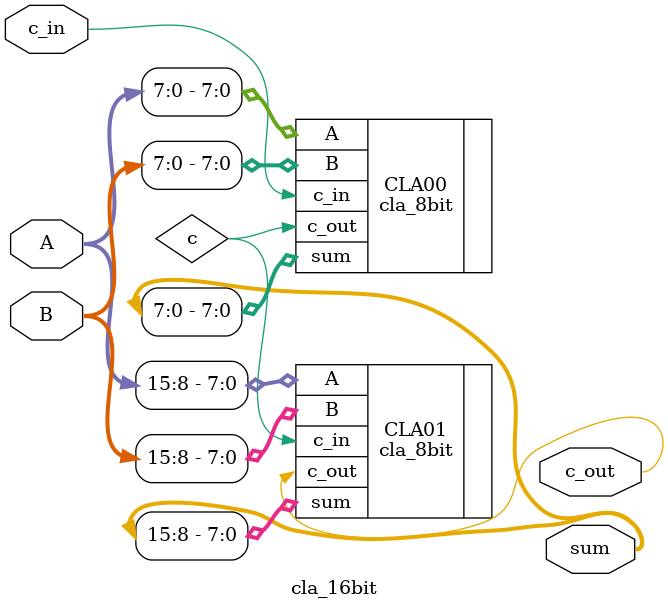
<source format=v>
`timescale 1ps/1ps
module cla_16bit (
    input [15:0] A,
    input [15:0] B,
    input c_in,
    output [15:0] sum,
    output c_out
);
    wire c; //c is c_out

    cla_8bit CLA00(.A(A[7:0]), .B(B[7:0]), .c_in(c_in), .sum(sum[7:0]), .c_out(c));
    cla_8bit CLA01(.A(A[15:8]), .B(B[15:8]), .c_in(c), .sum(sum[15:8]), .c_out(c_out));

endmodule
</source>
